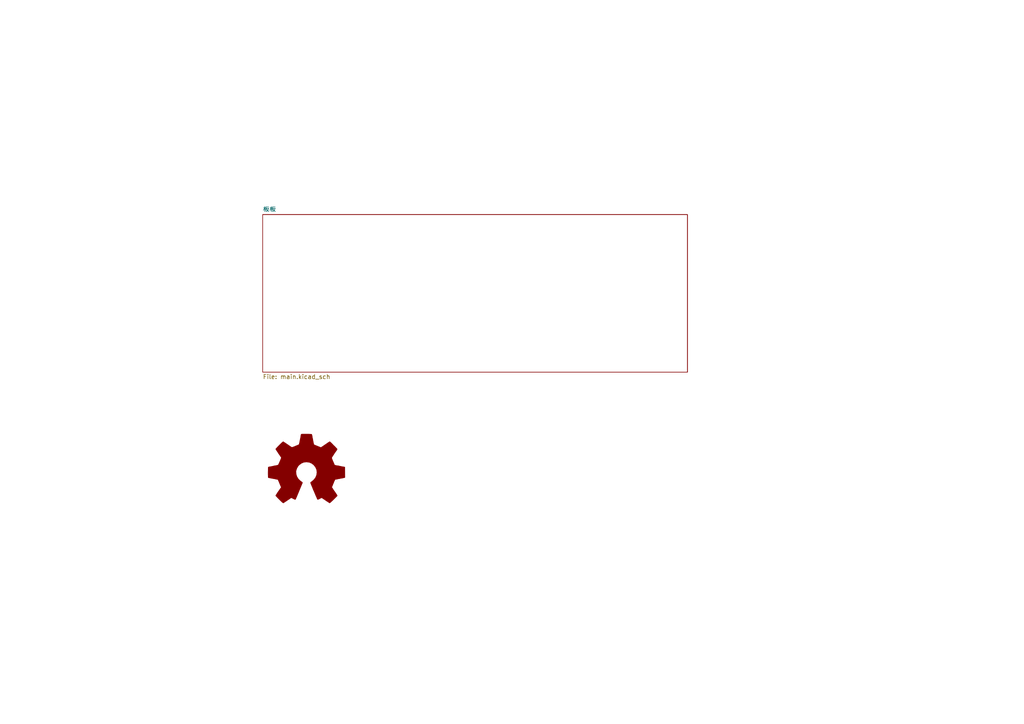
<source format=kicad_sch>
(kicad_sch (version 20230121) (generator eeschema)
  (paper "A4")
  (title_block (title "Fraduino") (date "2023-04-11") (rev "1.0") (comment 1 "审核: ") (comment 2 "制图: 向阳") (comment 3 "设计: 向阳"))
  (lib_symbols
    (symbol "Graphic:Logo_Open_Hardware_Large" (in_bom no) (on_board no)
      (symbol "Logo_Open_Hardware_Large_1_1"
        (polyline (pts (xy 6.731 -8.7122) (xy 6.6294 -8.6614) (xy 6.35 -8.4836) (xy 5.9944 -8.255) (xy 5.5372 -7.9502) (xy 5.1054 -7.6454) (xy 4.7498 -7.4168) (xy 4.4958 -7.239) (xy 4.3942 -7.1882) (xy 4.318 -7.2136) (xy 4.1148 -7.3152) (xy 3.81 -7.4676) (xy 3.6322 -7.5692) (xy 3.3528 -7.6708) (xy 3.2258 -7.6962) (xy 3.2004 -7.6708) (xy 3.0988 -7.4676) (xy 2.9464 -7.0866) (xy 2.7178 -6.604) (xy 2.4892 -6.0452) (xy 2.2352 -5.4356) (xy 1.9558 -4.826) (xy 1.7272 -4.2164) (xy 1.4986 -3.683) (xy 1.3208 -3.2512) (xy 1.2192 -2.9464) (xy 1.1684 -2.8194) (xy 1.1938 -2.794) (xy 1.3208 -2.667) (xy 1.5748 -2.4892) (xy 2.0828 -2.0574) (xy 2.6162 -1.397) (xy 2.921 -0.6604) (xy 3.048 0.1524) (xy 2.9464 0.9144) (xy 2.6416 1.6256) (xy 2.1336 2.286) (xy 1.524 2.7686) (xy 0.8128 3.0734) (xy 0 3.175) (xy -0.762 3.0988) (xy -1.4986 2.794) (xy -2.159 2.286) (xy -2.4384 1.9812) (xy -2.8194 1.3208) (xy -3.048 0.6096) (xy -3.0734 0.4318) (xy -3.0226 -0.3556) (xy -2.794 -1.0922) (xy -2.3876 -1.7526) (xy -1.8288 -2.3114) (xy -1.7526 -2.3622) (xy -1.4732 -2.5654) (xy -1.2954 -2.6924) (xy -1.1684 -2.8194) (xy -2.159 -5.207) (xy -2.3114 -5.588) (xy -2.5908 -6.2484) (xy -2.8194 -6.8072) (xy -3.0226 -7.2644) (xy -3.1496 -7.5692) (xy -3.2258 -7.6708) (xy -3.2258 -7.6962) (xy -3.302 -7.6962) (xy -3.4798 -7.6454) (xy -3.8354 -7.4676) (xy -4.0386 -7.366) (xy -4.2926 -7.239) (xy -4.4196 -7.1882) (xy -4.5212 -7.239) (xy -4.7498 -7.3914) (xy -5.1054 -7.6454) (xy -5.5372 -7.9248) (xy -5.9436 -8.2042) (xy -6.3246 -8.4582) (xy -6.604 -8.636) (xy -6.731 -8.7122) (xy -6.7564 -8.7122) (xy -6.858 -8.636) (xy -7.0866 -8.4582) (xy -7.4168 -8.1534) (xy -7.874 -7.6962) (xy -7.9502 -7.62) (xy -8.3312 -7.239) (xy -8.636 -6.9088) (xy -8.8392 -6.6802) (xy -8.9154 -6.5786) (xy -8.9154 -6.5786) (xy -8.8392 -6.4516) (xy -8.6614 -6.1722) (xy -8.4328 -5.7912) (xy -8.128 -5.3594) (xy -7.3152 -4.191) (xy -7.7724 -3.0988) (xy -7.8994 -2.7686) (xy -8.0772 -2.3622) (xy -8.2042 -2.0828) (xy -8.255 -1.9558) (xy -8.382 -1.905) (xy -8.6614 -1.8542) (xy -9.0932 -1.7526) (xy -9.6266 -1.651) (xy -10.1092 -1.5748) (xy -10.541 -1.4732) (xy -10.8712 -1.4224) (xy -11.0236 -1.397) (xy -11.049 -1.3716) (xy -11.0744 -1.2954) (xy -11.0998 -1.143) (xy -11.0998 -0.889) (xy -11.1252 -0.4572) (xy -11.1252 0.1524) (xy -11.1252 0.2286) (xy -11.0998 0.8128) (xy -11.0998 1.27) (xy -11.0744 1.5494) (xy -11.0744 1.6764) (xy -11.0744 1.6764) (xy -10.922 1.7018) (xy -10.6172 1.778) (xy -10.16 1.8542) (xy -9.652 1.9558) (xy -9.6012 1.9812) (xy -9.0932 2.0828) (xy -8.636 2.159) (xy -8.3312 2.2352) (xy -8.2042 2.286) (xy -8.1788 2.3114) (xy -8.0772 2.5146) (xy -7.9248 2.8448) (xy -7.747 3.2512) (xy -7.5692 3.6576) (xy -7.4168 4.0386) (xy -7.3152 4.318) (xy -7.2898 4.445) (xy -7.2898 4.445) (xy -7.366 4.572) (xy -7.5438 4.826) (xy -7.7978 5.207) (xy -8.128 5.6642) (xy -8.128 5.6896) (xy -8.4328 6.1468) (xy -8.6868 6.5278) (xy -8.8392 6.7818) (xy -8.9154 6.9088) (xy -8.9154 6.9088) (xy -8.8138 7.0358) (xy -8.5852 7.2898) (xy -8.255 7.6454) (xy -7.874 8.0264) (xy -7.747 8.1534) (xy -7.3152 8.5852) (xy -7.0104 8.8646) (xy -6.8326 8.9916) (xy -6.731 9.0424) (xy -6.731 9.0424) (xy -6.604 8.9408) (xy -6.3246 8.763) (xy -5.9436 8.509) (xy -5.4864 8.2042) (xy -5.461 8.1788) (xy -5.0038 7.874) (xy -4.6482 7.62) (xy -4.3688 7.4422) (xy -4.2672 7.3914) (xy -4.2418 7.3914) (xy -4.064 7.4422) (xy -3.7338 7.5438) (xy -3.3528 7.6962) (xy -2.9464 7.874) (xy -2.5654 8.0264) (xy -2.286 8.1534) (xy -2.159 8.2296) (xy -2.159 8.2296) (xy -2.1082 8.382) (xy -2.032 8.7122) (xy -1.9304 9.1694) (xy -1.8288 9.7282) (xy -1.8034 9.8044) (xy -1.7018 10.3378) (xy -1.6256 10.7696) (xy -1.5748 11.0744) (xy -1.524 11.2014) (xy -1.4478 11.2268) (xy -1.1938 11.2522) (xy -0.8128 11.2522) (xy -0.3302 11.2522) (xy 0.1524 11.2522) (xy 0.6604 11.2522) (xy 1.0668 11.2268) (xy 1.3716 11.2014) (xy 1.4986 11.176) (xy 1.4986 11.176) (xy 1.5494 11.0236) (xy 1.6256 10.6934) (xy 1.7018 10.2108) (xy 1.8288 9.6774) (xy 1.8288 9.5758) (xy 1.9304 9.0424) (xy 2.032 8.6106) (xy 2.0828 8.3058) (xy 2.1336 8.2042) (xy 2.159 8.1788) (xy 2.3876 8.0772) (xy 2.7432 7.9248) (xy 3.175 7.747) (xy 4.191 7.3406) (xy 5.461 8.2042) (xy 5.5626 8.2804) (xy 6.0198 8.5852) (xy 6.3754 8.8392) (xy 6.6294 8.9916) (xy 6.7564 9.0424) (xy 6.7564 9.0424) (xy 6.8834 8.9408) (xy 7.1374 8.7122) (xy 7.4676 8.382) (xy 7.8486 7.9756) (xy 8.1534 7.6962) (xy 8.4836 7.3406) (xy 8.7122 7.112) (xy 8.8392 6.9596) (xy 8.8646 6.858) (xy 8.8646 6.8072) (xy 8.7884 6.6802) (xy 8.6106 6.4008) (xy 8.3312 6.0198) (xy 8.0264 5.588) (xy 7.7978 5.207) (xy 7.5184 4.8006) (xy 7.3406 4.4958) (xy 7.2898 4.3434) (xy 7.2898 4.2926) (xy 7.3914 4.0386) (xy 7.5184 3.683) (xy 7.7216 3.2258) (xy 8.1534 2.2352) (xy 8.7884 2.1082) (xy 9.1948 2.0574) (xy 9.7536 1.9304) (xy 10.2616 1.8288) (xy 11.0998 1.6764) (xy 11.1252 -1.3208) (xy 10.9982 -1.3716) (xy 10.8712 -1.397) (xy 10.5664 -1.4732) (xy 10.1346 -1.5494) (xy 9.6266 -1.651) (xy 9.1948 -1.7272) (xy 8.7376 -1.8288) (xy 8.4328 -1.8796) (xy 8.2804 -1.905) (xy 8.255 -1.9558) (xy 8.1534 -2.159) (xy 7.9756 -2.5146) (xy 7.8232 -2.921) (xy 7.6454 -3.3274) (xy 7.493 -3.7338) (xy 7.366 -4.0132) (xy 7.3406 -4.191) (xy 7.3914 -4.2926) (xy 7.5692 -4.5466) (xy 7.7978 -4.9276) (xy 8.1026 -5.3594) (xy 8.4074 -5.7912) (xy 8.6614 -6.1722) (xy 8.8138 -6.4262) (xy 8.89 -6.5532) (xy 8.8646 -6.6548) (xy 8.6868 -6.858) (xy 8.3566 -7.1882) (xy 7.874 -7.6708) (xy 7.7978 -7.747) (xy 7.3914 -8.128) (xy 7.0612 -8.4328) (xy 6.8326 -8.636) (xy 6.731 -8.7122)) (fill (type outline)))
      )
    )
  )
  (symbol (lib_id "Graphic:Logo_Open_Hardware_Large") (at 88.9 137.16 0) (unit 1)
    (property "Reference" "Sym1" (effects hide))
    (property "Value" "Logo_Open_Hardware_Large" (effects hide))
    (property "Footprint" "Symbol:OSHW-Logo2_7.3x6mm_SilkScreen" (effects hide))
    (property "Sim.Enable" "0" (effects hide))
  )
  (sheet (at 76.2 62.23) (size 123.19 45.72) (stroke (width 0.1524))
    (property "Sheetname" "板板" (at 76.2 61.5184 0) (effects (justify left bottom)))
    (property "Sheetfile" "main.kicad_sch" (at 76.2 108.5346 0) (effects (justify left top)))
  )
)
</source>
